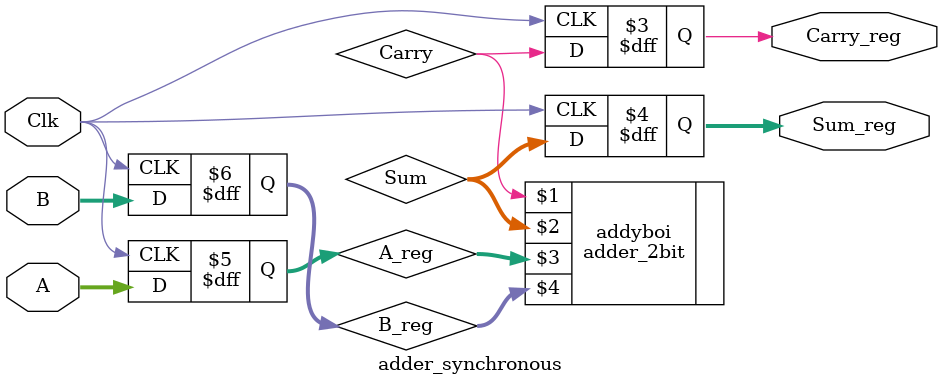
<source format=v>
`timescale 1ns / 1ps
`default_nettype none

module adder_synchronous(Carry_reg, Sum_reg, Clk, A,B);
output reg Carry_reg;
output reg [1:0] Sum_reg;
input wire Clk;
input wire [1:0] A,B;
// wire nest
reg [1:0] A_reg, B_reg;
wire Carry;
wire [1:0] Sum;
// call the 2 bit adder
adder_2bit addyboi(Carry,Sum,A_reg,B_reg);

always@(posedge Clk)
    begin
    A_reg <= A;
    B_reg <=B;
    end
always@(posedge Clk)
    begin // needed to put two statements here
    Carry_reg <= Carry;
    Sum_reg <= Sum;
    end

endmodule

</source>
